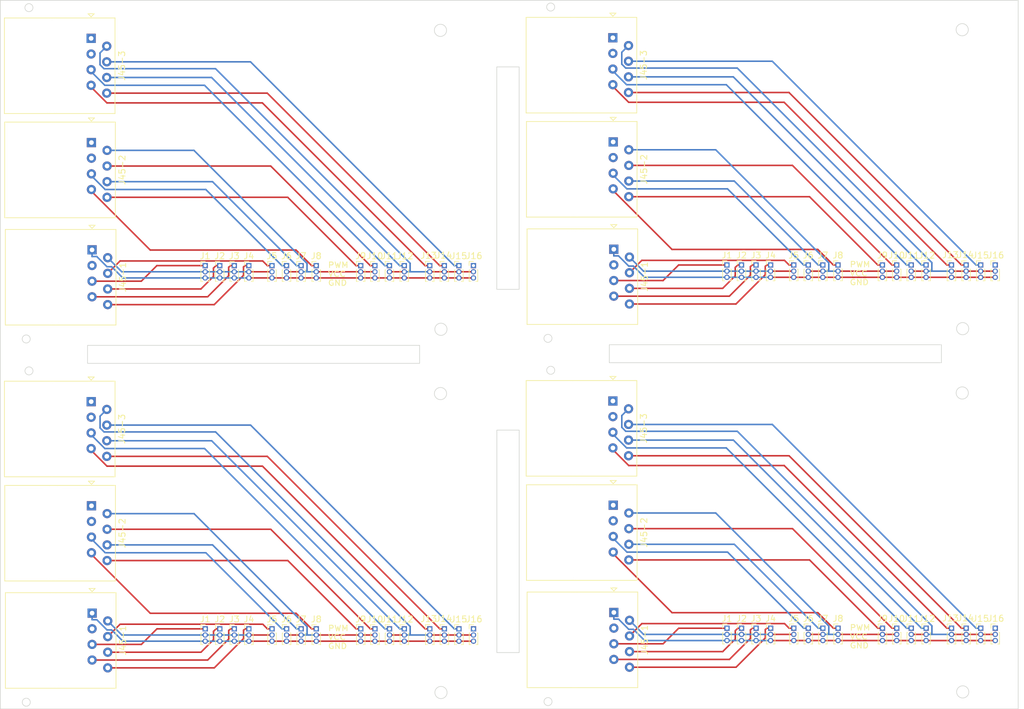
<source format=kicad_pcb>
(kicad_pcb (version 20221018) (generator pcbnew)
  (layers (0 "F.Cu" signal) (31 "B.Cu" signal) (34 "B.Paste" user) (35 "F.Paste" user) (36 "B.SilkS" user "B.Silkscreen") (37 "F.SilkS" user "F.Silkscreen") (38 "B.Mask" user) (39 "F.Mask" user) (44 "Edge.Cuts" user))
  (net 0 "")
  (net 1 "Net-(J2-PWM)")
  (net 2 "Net-(J4-PWM)")
  (net 3 "Net-(J5-PWM)")
  (net 4 "Net-(J6-PWM)")
  (net 5 "Net-(J7-PWM)")
  (net 6 "Net-(J8-PWM)")
  (net 7 "Net-(J9-PWM)")
  (net 8 "Net-(J10-PWM)")
  (net 9 "Net-(J12-PWM)")
  (net 10 "Net-(J10-V+)")
  (net 11 "Net-(J1-PWM)")
  (net 12 "Net-(J1-V+)")
  (net 13 "GND")
  (net 14 "Net-(J3-PWM)")
  (net 15 "Net-(J11-V+)")
  (net 16 "Net-(J11-PWM)")
  (net 17 "Net-(J13-PWM)")
  (net 18 "Net-(J14-PWM)")
  (net 19 "Net-(J15-PWM)")
  (footprint "Connector_PinHeader_1.00mm:PinHeader_1x03_P1.00mm_Vertical" (layer "F.Cu") (at 127.8046 84.2505)
    (fp_text reference "J7")
    (fp_text value "Conn_01x03")
  )
  (footprint "Connector_PinHeader_1.00mm:PinHeader_1x03_P1.00mm_Vertical" (layer "F.Cu") (at 112.2344 84.2505)
    (fp_text reference "J1")
    (fp_text value "Conn_01x03")
  )
  (footprint "Connector_PinHeader_1.00mm:PinHeader_1x03_P1.00mm_Vertical" (layer "F.Cu") (at 240.5208 143.1303)
    (fp_text reference "J16")
    (fp_text value "Conn_01x03")
  )
  (footprint "Connector_PinHeader_1.00mm:PinHeader_1x03_P1.00mm_Vertical" (layer "F.Cu") (at 123.0884 143.2306)
    (fp_text reference "J5")
    (fp_text value "Conn_01x03")
  )
  (footprint "Connector_PinHeader_1.00mm:PinHeader_1x03_P1.00mm_Vertical" (layer "F.Cu") (at 210.1678 143.1303)
    (fp_text reference "J6")
    (fp_text value "Conn_01x03")
  )
  (footprint "Connector_PinHeader_1.00mm:PinHeader_1x03_P1.00mm_Vertical" (layer "F.Cu") (at 119.3292 143.2306)
    (fp_text reference "J4")
    (fp_text value "Conn_01x03")
  )
  (footprint "Connector_RJ:RJ45_Amphenol_54602-x08_Horizontal" (layer "F.Cu") (at 178.4886 123.1506 -90)
    (fp_text reference "J45-2")
    (fp_text value "RJ45")
  )
  (footprint "Connector_PinHeader_1.00mm:PinHeader_1x03_P1.00mm_Vertical" (layer "F.Cu") (at 112.2426 143.2306)
    (fp_text reference "J1")
    (fp_text value "Conn_01x03")
  )
  (footprint "Connector_RJ:RJ45_Amphenol_54602-x08_Horizontal" (layer "F.Cu") (at 93.7714 123.2509 -90)
    (fp_text reference "J45-2")
    (fp_text value "RJ45")
  )
  (footprint "Connector_PinHeader_1.00mm:PinHeader_1x03_P1.00mm_Vertical" (layer "F.Cu") (at 125.4424 84.2505)
    (fp_text reference "J6")
    (fp_text value "Conn_01x03")
  )
  (footprint "Connector_PinHeader_1.00mm:PinHeader_1x03_P1.00mm_Vertical" (layer "F.Cu") (at 238.1504 84.1502)
    (fp_text reference "J15")
    (fp_text value "Conn_01x03")
  )
  (footprint "Connector_PinHeader_1.00mm:PinHeader_1x03_P1.00mm_Vertical" (layer "F.Cu") (at 214.9856 84.1502)
    (fp_text reference "J8")
    (fp_text value "Conn_01x03")
  )
  (footprint "Connector_RJ:RJ45_Amphenol_54602-x08_Horizontal" (layer "F.Cu") (at 93.873 140.6753 -90)
    (fp_text reference "J45-1")
    (fp_text value "RJ45")
  )
  (footprint "Connector_PinHeader_1.00mm:PinHeader_1x03_P1.00mm_Vertical" (layer "F.Cu") (at 155.7954 84.2505)
    (fp_text reference "J16")
    (fp_text value "Conn_01x03")
  )
  (footprint "Connector_PinHeader_1.00mm:PinHeader_1x03_P1.00mm_Vertical" (layer "F.Cu") (at 142.1556 84.2505)
    (fp_text reference "J11")
    (fp_text value "Conn_01x03")
  )
  (footprint "Connector_PinHeader_1.00mm:PinHeader_1x03_P1.00mm_Vertical" (layer "F.Cu") (at 201.676 84.1502)
    (fp_text reference "J3")
    (fp_text value "Conn_01x03")
  )
  (footprint "Connector_PinHeader_1.00mm:PinHeader_1x03_P1.00mm_Vertical" (layer "F.Cu") (at 139.7934 84.2505)
    (fp_text reference "J10")
    (fp_text value "Conn_01x03")
  )
  (footprint "Connector_PinHeader_1.00mm:PinHeader_1x03_P1.00mm_Vertical" (layer "F.Cu") (at 119.321 84.2505)
    (fp_text reference "J4")
    (fp_text value "Conn_01x03")
  )
  (footprint "Connector_RJ:RJ45_Amphenol_54602-x08_Horizontal" (layer "F.Cu") (at 93.7124 47.3544 -90)
    (fp_text reference "J45-3")
    (fp_text value "RJ45")
  )
  (footprint "Connector_PinHeader_1.00mm:PinHeader_1x03_P1.00mm_Vertical" (layer "F.Cu") (at 222.2074 143.1303)
    (fp_text reference "J9")
    (fp_text value "Conn_01x03")
  )
  (footprint "Connector_PinHeader_1.00mm:PinHeader_1x03_P1.00mm_Vertical" (layer "F.Cu") (at 148.6918 84.2505)
    (fp_text reference "J13")
    (fp_text value "Conn_01x03")
  )
  (footprint "Connector_RJ:RJ45_Amphenol_54602-x08_Horizontal" (layer "F.Cu") (at 178.4804 64.1705 -90)
    (fp_text reference "J45-2")
    (fp_text value "RJ45")
  )
  (footprint "Connector_PinHeader_1.00mm:PinHeader_1x03_P1.00mm_Vertical" (layer "F.Cu") (at 226.881 143.1303)
    (fp_text reference "J11")
    (fp_text value "Conn_01x03")
  )
  (footprint "Connector_PinHeader_1.00mm:PinHeader_1x03_P1.00mm_Vertical" (layer "F.Cu") (at 207.7974 84.1502)
    (fp_text reference "J5")
    (fp_text value "Conn_01x03")
  )
  (footprint "Connector_RJ:RJ45_Amphenol_54602-x08_Horizontal" (layer "F.Cu") (at 178.5902 140.575 -90)
    (fp_text reference "J45-1")
    (fp_text value "RJ45")
  )
  (footprint "Connector_PinHeader_1.00mm:PinHeader_1x03_P1.00mm_Vertical" (layer "F.Cu") (at 224.5188 143.1303)
    (fp_text reference "J10")
    (fp_text value "Conn_01x03")
  )
  (footprint "Connector_PinHeader_1.00mm:PinHeader_1x03_P1.00mm_Vertical" (layer "F.Cu") (at 155.8036 143.2306)
    (fp_text reference "J16")
    (fp_text value "Conn_01x03")
  )
  (footprint "Connector_PinHeader_1.00mm:PinHeader_1x03_P1.00mm_Vertical" (layer "F.Cu") (at 229.294 143.1303)
    (fp_text reference "J12")
    (fp_text value "Conn_01x03")
  )
  (footprint "Connector_PinHeader_1.00mm:PinHeader_1x03_P1.00mm_Vertical" (layer "F.Cu") (at 116.9588 84.2505)
    (fp_text reference "J3")
    (fp_text value "Conn_01x03")
  )
  (footprint "Connector_RJ:RJ45_Amphenol_54602-x08_Horizontal" (layer "F.Cu") (at 93.7632 64.2708 -90)
    (fp_text reference "J45-2")
    (fp_text value "RJ45")
  )
  (footprint "Connector_PinHeader_1.00mm:PinHeader_1x03_P1.00mm_Vertical" (layer "F.Cu") (at 114.5966 84.2505)
    (fp_text reference "J2")
    (fp_text value "Conn_01x03")
  )
  (footprint "Connector_PinHeader_1.00mm:PinHeader_1x03_P1.00mm_Vertical" (layer "F.Cu") (at 116.967 143.2306)
    (fp_text reference "J3")
    (fp_text value "Conn_01x03")
  )
  (footprint "Connector_PinHeader_1.00mm:PinHeader_1x03_P1.00mm_Vertical" (layer "F.Cu") (at 153.4414 143.2306)
    (fp_text reference "J15")
    (fp_text value "Conn_01x03")
  )
  (footprint "Connector_PinHeader_1.00mm:PinHeader_1x03_P1.00mm_Vertical" (layer "F.Cu") (at 199.322 143.1303)
    (fp_text reference "J2")
    (fp_text value "Conn_01x03")
  )
  (footprint "Connector_PinHeader_1.00mm:PinHeader_1x03_P1.00mm_Vertical" (layer "F.Cu") (at 196.9516 84.1502)
    (fp_text reference "J1")
    (fp_text value "Conn_01x03")
  )
  (footprint "Connector_PinHeader_1.00mm:PinHeader_1x03_P1.00mm_Vertical" (layer "F.Cu") (at 125.4506 143.2306)
    (fp_text reference "J6")
    (fp_text value "Conn_01x03")
  )
  (footprint "Connector_PinHeader_1.00mm:PinHeader_1x03_P1.00mm_Vertical" (layer "F.Cu") (at 144.5768 143.2306)
    (fp_text reference "J12")
    (fp_text value "Conn_01x03")
  )
  (footprint "Connector_PinHeader_1.00mm:PinHeader_1x03_P1.00mm_Vertical" (layer "F.Cu") (at 137.482 84.2505)
    (fp_text reference "J9")
    (fp_text value "Conn_01x03")
  )
  (footprint "Connector_RJ:RJ45_Amphenol_54602-x08_Horizontal" (layer "F.Cu") (at 93.7206 106.3345 -90)
    (fp_text reference "J45-3")
    (fp_text value "RJ45")
  )
  (footprint "Connector_RJ:RJ45_Amphenol_54602-x08_Horizontal" (layer "F.Cu") (at 178.4296 47.2541 -90)
    (fp_text reference "J45-3")
    (fp_text value "RJ45")
  )
  (footprint "Connector_RJ:RJ45_Amphenol_54602-x08_Horizontal" (layer "F.Cu") (at 93.8648 81.6952 -90)
    (fp_text reference "J45-1")
    (fp_text value "RJ45")
  )
  (footprint "Connector_PinHeader_1.00mm:PinHeader_1x03_P1.00mm_Vertical" (layer "F.Cu") (at 224.5106 84.1502)
    (fp_text reference "J10")
    (fp_text value "Conn_01x03")
  )
  (footprint "Connector_PinHeader_1.00mm:PinHeader_1x03_P1.00mm_Vertical" (layer "F.Cu") (at 212.5218 84.1502)
    (fp_text reference "J7")
    (fp_text value "Conn_01x03")
  )
  (footprint "Connector_RJ:RJ45_Amphenol_54602-x08_Horizontal" (layer "F.Cu") (at 178.582 81.5949 -90)
    (fp_text reference "J45-1")
    (fp_text value "RJ45")
  )
  (footprint "Connector_PinHeader_1.00mm:PinHeader_1x03_P1.00mm_Vertical" (layer "F.Cu") (at 148.7 143.2306)
    (fp_text reference "J13")
    (fp_text value "Conn_01x03")
  )
  (footprint "Connector_PinHeader_1.00mm:PinHeader_1x03_P1.00mm_Vertical" (layer "F.Cu") (at 233.4172 143.1303)
    (fp_text reference "J13")
    (fp_text value "Conn_01x03")
  )
  (footprint "Connector_RJ:RJ45_Amphenol_54602-x08_Horizontal" (layer "F.Cu") (at 178.4378 106.2342 -90)
    (fp_text reference "J45-3")
    (fp_text value "RJ45")
  )
  (footprint "Connector_PinHeader_1.00mm:PinHeader_1x03_P1.00mm_Vertical" (layer "F.Cu") (at 233.409 84.1502)
    (fp_text reference "J13")
    (fp_text value "Conn_01x03")
  )
  (footprint "Connector_PinHeader_1.00mm:PinHeader_1x03_P1.00mm_Vertical" (layer "F.Cu") (at 151.0792 143.2306)
    (fp_text reference "J14")
    (fp_text value "Conn_01x03")
  )
  (footprint "Connector_PinHeader_1.00mm:PinHeader_1x03_P1.00mm_Vertical" (layer "F.Cu") (at 130.2766 143.2306)
    (fp_text reference "J8")
    (fp_text value "Conn_01x03")
  )
  (footprint "Connector_PinHeader_1.00mm:PinHeader_1x03_P1.00mm_Vertical" (layer "F.Cu") (at 130.2684 84.2505)
    (fp_text reference "J8")
    (fp_text value "Conn_01x03")
  )
  (footprint "Connector_PinHeader_1.00mm:PinHeader_1x03_P1.00mm_Vertical" (layer "F.Cu") (at 235.7882 84.1502)
    (fp_text reference "J14")
    (fp_text value "Conn_01x03")
  )
  (footprint "Connector_PinHeader_1.00mm:PinHeader_1x03_P1.00mm_Vertical" (layer "F.Cu") (at 207.8056 143.1303)
    (fp_text reference "J5")
    (fp_text value "Conn_01x03")
  )
  (footprint "Connector_PinHeader_1.00mm:PinHeader_1x03_P1.00mm_Vertical" (layer "F.Cu") (at 199.3138 84.1502)
    (fp_text reference "J2")
    (fp_text value "Conn_01x03")
  )
  (footprint "Connector_PinHeader_1.00mm:PinHeader_1x03_P1.00mm_Vertical" (layer "F.Cu") (at 139.8016 143.2306)
    (fp_text reference "J10")
    (fp_text value "Conn_01x03")
  )
  (footprint "Connector_PinHeader_1.00mm:PinHeader_1x03_P1.00mm_Vertical" (layer "F.Cu") (at 222.1992 84.1502)
    (fp_text reference "J9")
    (fp_text value "Conn_01x03")
  )
  (footprint "Connector_PinHeader_1.00mm:PinHeader_1x03_P1.00mm_Vertical" (layer "F.Cu") (at 214.9938 143.1303)
    (fp_text reference "J8")
    (fp_text value "Conn_01x03")
  )
  (footprint "Connector_PinHeader_1.00mm:PinHeader_1x03_P1.00mm_Vertical" (layer "F.Cu") (at 235.7964 143.1303)
    (fp_text reference "J14")
    (fp_text value "Conn_01x03")
  )
  (footprint "Connector_PinHeader_1.00mm:PinHeader_1x03_P1.00mm_Vertical" (layer "F.Cu") (at 210.1596 84.1502)
    (fp_text reference "J6")
    (fp_text value "Conn_01x03")
  )
  (footprint "Connector_PinHeader_1.00mm:PinHeader_1x03_P1.00mm_Vertical" (layer "F.Cu") (at 226.8728 84.1502)
    (fp_text reference "J11")
    (fp_text value "Conn_01x03")
  )
  (footprint "Connector_PinHeader_1.00mm:PinHeader_1x03_P1.00mm_Vertical" (layer "F.Cu") (at 240.5126 84.1502)
    (fp_text reference "J16")
    (fp_text value "Conn_01x03")
  )
  (footprint "Connector_PinHeader_1.00mm:PinHeader_1x03_P1.00mm_Vertical" (layer "F.Cu") (at 238.1586 143.1303)
    (fp_text reference "J15")
    (fp_text value "Conn_01x03")
  )
  (footprint "Connector_PinHeader_1.00mm:PinHeader_1x03_P1.00mm_Vertical" (layer "F.Cu") (at 127.8128 143.2306)
    (fp_text reference "J7")
    (fp_text value "Conn_01x03")
  )
  (footprint "Connector_PinHeader_1.00mm:PinHeader_1x03_P1.00mm_Vertical" (layer "F.Cu") (at 204.0382 84.1502)
    (fp_text reference "J4")
    (fp_text value "Conn_01x03")
  )
  (footprint "Connector_PinHeader_1.00mm:PinHeader_1x03_P1.00mm_Vertical" (layer "F.Cu") (at 142.1638 143.2306)
    (fp_text reference "J11")
    (fp_text value "Conn_01x03")
  )
  (footprint "Connector_PinHeader_1.00mm:PinHeader_1x03_P1.00mm_Vertical" (layer "F.Cu") (at 196.9598 143.1303)
    (fp_text reference "J1")
    (fp_text value "Conn_01x03")
  )
  (footprint "Connector_PinHeader_1.00mm:PinHeader_1x03_P1.00mm_Vertical" (layer "F.Cu") (at 204.0464 143.1303)
    (fp_text reference "J4")
    (fp_text value "Conn_01x03")
  )
  (footprint "Connector_PinHeader_1.00mm:PinHeader_1x03_P1.00mm_Vertical" (layer "F.Cu") (at 201.6842 143.1303)
    (fp_text reference "J3")
    (fp_text value "Conn_01x03")
  )
  (footprint "Connector_PinHeader_1.00mm:PinHeader_1x03_P1.00mm_Vertical" (layer "F.Cu") (at 153.4332 84.2505)
    (fp_text reference "J15")
    (fp_text value "Conn_01x03")
  )
  (footprint "Connector_PinHeader_1.00mm:PinHeader_1x03_P1.00mm_Vertical" (layer "F.Cu") (at 123.0802 84.2505)
    (fp_text reference "J5")
    (fp_text value "Conn_01x03")
  )
  (footprint "Connector_PinHeader_1.00mm:PinHeader_1x03_P1.00mm_Vertical" (layer "F.Cu") (at 144.5686 84.2505)
    (fp_text reference "J12")
    (fp_text value "Conn_01x03")
  )
  (footprint "Connector_PinHeader_1.00mm:PinHeader_1x03_P1.00mm_Vertical" (layer "F.Cu") (at 212.53 143.1303)
    (fp_text reference "J7")
    (fp_text value "Conn_01x03")
  )
  (footprint "Connector_PinHeader_1.00mm:PinHeader_1x03_P1.00mm_Vertical" (layer "F.Cu") (at 229.2858 84.1502)
    (fp_text reference "J12")
    (fp_text value "Conn_01x03")
  )
  (footprint "Connector_PinHeader_1.00mm:PinHeader_1x03_P1.00mm_Vertical" (layer "F.Cu") (at 137.4902 143.2306)
    (fp_text reference "J9")
    (fp_text value "Conn_01x03")
  )
  (footprint "Connector_PinHeader_1.00mm:PinHeader_1x03_P1.00mm_Vertical" (layer "F.Cu") (at 114.6048 143.2306)
    (fp_text reference "J2")
    (fp_text value "Conn_01x03")
  )
  (footprint "Connector_PinHeader_1.00mm:PinHeader_1x03_P1.00mm_Vertical" (layer "F.Cu") (at 151.071 84.2505)
    (fp_text reference "J14")
    (fp_text value "Conn_01x03")
  )
  (gr_circle (center 235.1532 45.9486) (end 236.1438 45.9994) (stroke (width 0.1)) (fill none) (layer "Edge.Cuts"))
  (gr_circle (center 167.9022 155.0429) (end 168.5372 154.8905) (stroke (width 0.1)) (fill none) (layer "Edge.Cuts"))
  (gr_circle (center 150.5122 94.5883) (end 151.5028 94.6391) (stroke (width 0.1)) (fill none) (layer "Edge.Cuts"))
  (gr_circle (center 83.185 155.1432) (end 83.82 154.9908) (stroke (width 0.1)) (fill none) (layer "Edge.Cuts"))
  (gr_circle (center 168.333169 42.2656) (end 168.968169 42.1132) (stroke (width 0.1)) (fill none) (layer "Edge.Cuts"))
  (gr_circle (center 150.4442 105.029) (end 151.4348 105.0798) (stroke (width 0.1)) (fill none) (layer "Edge.Cuts"))
  (gr_circle (center 235.2376 153.4681) (end 236.2282 153.5189) (stroke (width 0.1)) (fill none) (layer "Edge.Cuts"))
  (gr_circle (center 83.615969 42.3659) (end 84.250969 42.2135) (stroke (width 0.1)) (fill none) (layer "Edge.Cuts"))
  (gr_rect (start 159.58245 51.98485) (end 163.21465 88.10365) (stroke (width 0.1)) (fill none) (layer "Edge.Cuts"))
  (gr_circle (center 167.894 96.0628) (end 168.529 95.9104) (stroke (width 0.1)) (fill none) (layer "Edge.Cuts"))
  (gr_circle (center 235.1614 104.9287) (end 236.152 104.9795) (stroke (width 0.1)) (fill none) (layer "Edge.Cuts"))
  (gr_circle (center 83.1768 96.1631) (end 83.8118 96.0107) (stroke (width 0.1)) (fill none) (layer "Edge.Cuts"))
  (gr_circle (center 150.5204 153.5684) (end 151.511 153.6192) (stroke (width 0.1)) (fill none) (layer "Edge.Cuts"))
  (gr_circle (center 235.2294 94.488) (end 236.22 94.5388) (stroke (width 0.1)) (fill none) (layer "Edge.Cuts"))
  (gr_rect (start 177.84875 97.09785) (end 231.77295 100.01885) (stroke (width 0.1)) (fill none) (layer "Edge.Cuts"))
  (gr_circle (center 168.341369 101.2457) (end 168.976369 101.0933) (stroke (width 0.1)) (fill none) (layer "Edge.Cuts"))
  (gr_rect (start 78.9686 41.1734) (end 244.2464 156.2354) (stroke (width 0.1)) (fill none) (layer "Edge.Cuts"))
  (gr_rect (start 159.59065 110.96495) (end 163.22285 147.08375) (stroke (width 0.1)) (fill none) (layer "Edge.Cuts"))
  (gr_circle (center 83.624169 101.346) (end 84.259169 101.1936) (stroke (width 0.1)) (fill none) (layer "Edge.Cuts"))
  (gr_rect (start 93.13155 97.19815) (end 147.05575 100.11915) (stroke (width 0.1)) (fill none) (layer "Edge.Cuts"))
  (gr_circle (center 150.436 46.0489) (end 151.4266 46.0997) (stroke (width 0.1)) (fill none) (layer "Edge.Cuts"))
  (gr_text "PWM\nVCC\nGND" (at 216.8226 146.4577) (layer "F.SilkS") (effects (font (size 0.9 1)) (justify left bottom)))
  (gr_text "PWM\nVCC\nGND" (at 132.1054 146.558) (layer "F.SilkS") (effects (font (size 0.9 1)) (justify left bottom)))
  (gr_text "PWM\nVCC\nGND" (at 132.0972 87.5779) (layer "F.SilkS") (effects (font (size 0.9 1)) (justify left bottom)))
  (gr_text "PWM\nVCC\nGND" (at 216.8144 87.4776) (layer "F.SilkS") (effects (font (size 0.9 1)) (justify left bottom)))
  (segment (start 196.2606 87.9449) (end 181.122 87.9449) (width 0.25) (layer "F.Cu") (net 1))
  (segment (start 198.306 144.8878) (end 196.2688 146.925) (width 0.25) (layer "F.Cu") (net 1))
  (segment (start 111.5434 88.0452) (end 96.4048 88.0452) (width 0.25) (layer "F.Cu") (net 1))
  (segment (start 198.306 143.5367) (end 198.306 144.8878) (width 0.25) (layer "F.Cu") (net 1))
  (segment (start 111.5516 147.0253) (end 96.413 147.0253) (width 0.25) (layer "F.Cu") (net 1))
  (segment (start 113.987 84.2505) (end 113.5806 84.6569) (width 0.25) (layer "F.Cu") (net 1))
  (segment (start 113.9952 143.2306) (end 113.5888 143.637) (width 0.25) (layer "F.Cu") (net 1))
  (segment (start 114.6048 143.2306) (end 113.9952 143.2306) (width 0.25) (layer "F.Cu") (net 1))
  (segment (start 199.3138 84.1502) (end 198.7042 84.1502) (width 0.25) (layer "F.Cu") (net 1))
  (segment (start 196.2688 146.925) (end 181.1302 146.925) (width 0.25) (layer "F.Cu") (net 1))
  (segment (start 114.5966 84.2505) (end 113.987 84.2505) (width 0.25) (layer "F.Cu") (net 1))
  (segment (start 198.7124 143.1303) (end 198.306 143.5367) (width 0.25) (layer "F.Cu") (net 1))
  (segment (start 113.5888 144.9881) (end 111.5516 147.0253) (width 0.25) (layer "F.Cu") (net 1))
  (segment (start 113.5888 143.637) (end 113.5888 144.9881) (width 0.25) (layer "F.Cu") (net 1))
  (segment (start 113.5806 86.008) (end 111.5434 88.0452) (width 0.25) (layer "F.Cu") (net 1))
  (segment (start 198.7042 84.1502) (end 198.2978 84.5566) (width 0.25) (layer "F.Cu") (net 1))
  (segment (start 198.2978 84.5566) (end 198.2978 85.9077) (width 0.25) (layer "F.Cu") (net 1))
  (segment (start 113.5806 84.6569) (end 113.5806 86.008) (width 0.25) (layer "F.Cu") (net 1))
  (segment (start 199.322 143.1303) (end 198.7124 143.1303) (width 0.25) (layer "F.Cu") (net 1))
  (segment (start 198.2978 85.9077) (end 196.2606 87.9449) (width 0.25) (layer "F.Cu") (net 1))
  (segment (start 181.122 90.4849) (end 198.4215 90.4849) (width 0.25) (layer "F.Cu") (net 2))
  (segment (start 118.4656 144.8122) (end 118.4656 143.4592) (width 0.25) (layer "F.Cu") (net 2))
  (segment (start 113.7043 90.5852) (end 118.4574 85.8321) (width 0.25) (layer "F.Cu") (net 2))
  (segment (start 198.4215 90.4849) (end 203.1746 85.7318) (width 0.25) (layer "F.Cu") (net 2))
  (segment (start 118.6942 143.2306) (end 119.3292 143.2306) (width 0.25) (layer "F.Cu") (net 2))
  (segment (start 203.1828 143.3589) (end 203.4114 143.1303) (width 0.25) (layer "F.Cu") (net 2))
  (segment (start 203.1746 85.7318) (end 203.1746 84.3788) (width 0.25) (layer "F.Cu") (net 2))
  (segment (start 203.1828 144.7119) (end 203.1828 143.3589) (width 0.25) (layer "F.Cu") (net 2))
  (segment (start 203.4032 84.1502) (end 204.0382 84.1502) (width 0.25) (layer "F.Cu") (net 2))
  (segment (start 113.7125 149.5653) (end 118.4656 144.8122) (width 0.25) (layer "F.Cu") (net 2))
  (segment (start 96.4048 90.5852) (end 113.7043 90.5852) (width 0.25) (layer "F.Cu") (net 2))
  (segment (start 118.4574 84.4791) (end 118.686 84.2505) (width 0.25) (layer "F.Cu") (net 2))
  (segment (start 96.413 149.5653) (end 113.7125 149.5653) (width 0.25) (layer "F.Cu") (net 2))
  (segment (start 118.4574 85.8321) (end 118.4574 84.4791) (width 0.25) (layer "F.Cu") (net 2))
  (segment (start 203.4114 143.1303) (end 204.0464 143.1303) (width 0.25) (layer "F.Cu") (net 2))
  (segment (start 181.1302 149.465) (end 198.4297 149.465) (width 0.25) (layer "F.Cu") (net 2))
  (segment (start 203.1746 84.3788) (end 203.4032 84.1502) (width 0.25) (layer "F.Cu") (net 2))
  (segment (start 118.4656 143.4592) (end 118.6942 143.2306) (width 0.25) (layer "F.Cu") (net 2))
  (segment (start 118.686 84.2505) (end 119.321 84.2505) (width 0.25) (layer "F.Cu") (net 2))
  (segment (start 198.4297 149.465) (end 203.1828 144.7119) (width 0.25) (layer "F.Cu") (net 2))
  (segment (start 183.1286 83.3983) (end 206.2936 83.3983) (width 0.25) (layer "F.Cu") (net 3))
  (segment (start 96.413 144.4853) (end 98.4196 142.4787) (width 0.25) (layer "F.Cu") (net 3))
  (segment (start 207.7974 84.1502) (end 207.0455 84.1502) (width 0.25) (layer "F.Cu") (net 3))
  (segment (start 98.4196 142.4787) (end 121.5846 142.4787) (width 0.25) (layer "F.Cu") (net 3))
  (segment (start 206.2936 83.3983) (end 207.0455 84.1502) (width 0.25) (layer "F.Cu") (net 3))
  (segment (start 181.122 85.4049) (end 183.1286 83.3983) (width 0.25) (layer "F.Cu") (net 3))
  (segment (start 98.4114 83.4986) (end 121.5764 83.4986) (width 0.25) (layer "F.Cu") (net 3))
  (segment (start 183.1368 142.3784) (end 206.3018 142.3784) (width 0.25) (layer "F.Cu") (net 3))
  (segment (start 181.1302 144.385) (end 183.1368 142.3784) (width 0.25) (layer "F.Cu") (net 3))
  (segment (start 207.8056 143.1303) (end 207.0537 143.1303) (width 0.25) (layer "F.Cu") (net 3))
  (segment (start 123.0802 84.2505) (end 122.3283 84.2505) (width 0.25) (layer "F.Cu") (net 3))
  (segment (start 121.5846 142.4787) (end 122.3365 143.2306) (width 0.25) (layer "F.Cu") (net 3))
  (segment (start 206.3018 142.3784) (end 207.0537 143.1303) (width 0.25) (layer "F.Cu") (net 3))
  (segment (start 96.4048 85.5052) (end 98.4114 83.4986) (width 0.25) (layer "F.Cu") (net 3))
  (segment (start 121.5764 83.4986) (end 122.3283 84.2505) (width 0.25) (layer "F.Cu") (net 3))
  (segment (start 123.0884 143.2306) (end 122.3365 143.2306) (width 0.25) (layer "F.Cu") (net 3))
  (segment (start 93.7714 128.3309) (end 93.7714 128.644) (width 0.25) (layer "B.Cu") (net 4))
  (segment (start 210.1678 143.1303) (end 209.4159 143.1303) (width 0.25) (layer "B.Cu") (net 4))
  (segment (start 95.9901 71.8908) (end 112.3308 71.8908) (width 0.25) (layer "B.Cu") (net 4))
  (segment (start 197.0562 130.7706) (end 209.4159 143.1303) (width 0.25) (layer "B.Cu") (net 4))
  (segment (start 178.4886 128.2306) (end 178.4886 128.5437) (width 0.25) (layer "B.Cu") (net 4))
  (segment (start 112.339 130.8709) (end 124.6987 143.2306) (width 0.25) (layer "B.Cu") (net 4))
  (segment (start 178.4804 69.5636) (end 180.7073 71.7905) (width 0.25) (layer "B.Cu") (net 4))
  (segment (start 180.7155 130.7706) (end 197.0562 130.7706) (width 0.25) (layer "B.Cu") (net 4))
  (segment (start 112.3308 71.8908) (end 124.6905 84.2505) (width 0.25) (layer "B.Cu") (net 4))
  (segment (start 178.4804 69.2505) (end 178.4804 69.5636) (width 0.25) (layer "B.Cu") (net 4))
  (segment (start 180.7073 71.7905) (end 197.048 71.7905) (width 0.25) (layer "B.Cu") (net 4))
  (segment (start 125.4506 143.2306) (end 124.6987 143.2306) (width 0.25) (layer "B.Cu") (net 4))
  (segment (start 125.4424 84.2505) (end 124.6905 84.2505) (width 0.25) (layer "B.Cu") (net 4))
  (segment (start 178.4886 128.5437) (end 180.7155 130.7706) (width 0.25) (layer "B.Cu") (net 4))
  (segment (start 95.9983 130.8709) (end 112.339 130.8709) (width 0.25) (layer "B.Cu") (net 4))
  (segment (start 93.7632 69.6639) (end 95.9901 71.8908) (width 0.25) (layer "B.Cu") (net 4))
  (segment (start 93.7714 128.644) (end 95.9983 130.8709) (width 0.25) (layer "B.Cu") (net 4))
  (segment (start 197.048 71.7905) (end 209.4077 84.1502) (width 0.25) (layer "B.Cu") (net 4))
  (segment (start 210.1596 84.1502) (end 209.4077 84.1502) (width 0.25) (layer "B.Cu") (net 4))
  (segment (start 93.7632 69.3508) (end 93.7632 69.6639) (width 0.25) (layer "B.Cu") (net 4))
  (segment (start 127.8046 84.2505) (end 127.0527 84.2505) (width 0.25) (layer "B.Cu") (net 5))
  (segment (start 198.1402 70.5205) (end 211.7699 84.1502) (width 0.25) (layer "B.Cu") (net 5))
  (segment (start 127.8128 143.2306) (end 127.0609 143.2306) (width 0.25) (layer "B.Cu") (net 5))
  (segment (start 113.4312 129.6009) (end 127.0609 143.2306) (width 0.25) (layer "B.Cu") (net 5))
  (segment (start 113.423 70.6208) (end 127.0527 84.2505) (width 0.25) (layer "B.Cu") (net 5))
  (segment (start 212.53 143.1303) (end 211.7781 143.1303) (width 0.25) (layer "B.Cu") (net 5))
  (segment (start 198.1484 129.5006) (end 211.7781 143.1303) (width 0.25) (layer "B.Cu") (net 5))
  (segment (start 181.0286 129.5006) (end 198.1484 129.5006) (width 0.25) (layer "B.Cu") (net 5))
  (segment (start 181.0204 70.5205) (end 198.1402 70.5205) (width 0.25) (layer "B.Cu") (net 5))
  (segment (start 96.3032 70.6208) (end 113.423 70.6208) (width 0.25) (layer "B.Cu") (net 5))
  (segment (start 96.3114 129.6009) (end 113.4312 129.6009) (width 0.25) (layer "B.Cu") (net 5))
  (segment (start 212.5218 84.1502) (end 211.7699 84.1502) (width 0.25) (layer "B.Cu") (net 5))
  (segment (start 188.0312 81.6232) (end 211.7067 81.6232) (width 0.25) (layer "F.Cu") (net 6))
  (segment (start 93.7714 130.8709) (end 93.7714 131.1528) (width 0.25) (layer "F.Cu") (net 6))
  (segment (start 211.7149 140.6033) (end 214.2419 143.1303) (width 0.25) (layer "F.Cu") (net 6))
  (segment (start 93.7714 131.1528) (end 103.3222 140.7036) (width 0.25) (layer "F.Cu") (net 6))
  (segment (start 188.0394 140.6033) (end 211.7149 140.6033) (width 0.25) (layer "F.Cu") (net 6))
  (segment (start 126.9977 140.7036) (end 129.5247 143.2306) (width 0.25) (layer "F.Cu") (net 6))
  (segment (start 178.4886 130.7706) (end 178.4886 131.0525) (width 0.25) (layer "F.Cu") (net 6))
  (segment (start 103.3222 140.7036) (end 126.9977 140.7036) (width 0.25) (layer "F.Cu") (net 6))
  (segment (start 126.9895 81.7235) (end 129.5165 84.2505) (width 0.25) (layer "F.Cu") (net 6))
  (segment (start 178.4804 71.7905) (end 178.4804 72.0724) (width 0.25) (layer "F.Cu") (net 6))
  (segment (start 178.4886 131.0525) (end 188.0394 140.6033) (width 0.25) (layer "F.Cu") (net 6))
  (segment (start 93.7632 72.1727) (end 103.314 81.7235) (width 0.25) (layer "F.Cu") (net 6))
  (segment (start 214.9938 143.1303) (end 214.2419 143.1303) (width 0.25) (layer "F.Cu") (net 6))
  (segment (start 130.2684 84.2505) (end 129.5165 84.2505) (width 0.25) (layer "F.Cu") (net 6))
  (segment (start 93.7632 71.8908) (end 93.7632 72.1727) (width 0.25) (layer "F.Cu") (net 6))
  (segment (start 130.2766 143.2306) (end 129.5247 143.2306) (width 0.25) (layer "F.Cu") (net 6))
  (segment (start 103.314 81.7235) (end 126.9895 81.7235) (width 0.25) (layer "F.Cu") (net 6))
  (segment (start 178.4804 72.0724) (end 188.0312 81.6232) (width 0.25) (layer "F.Cu") (net 6))
  (segment (start 214.9856 84.1502) (end 214.2337 84.1502) (width 0.25) (layer "F.Cu") (net 6))
  (segment (start 211.7067 81.6232) (end 214.2337 84.1502) (width 0.25) (layer "F.Cu") (net 6))
  (segment (start 125.6404 73.1608) (end 136.7301 84.2505) (width 0.25) (layer "F.Cu") (net 7))
  (segment (start 137.4902 143.2306) (end 136.7383 143.2306) (width 0.25) (layer "F.Cu") (net 7))
  (segment (start 222.1992 84.1502) (end 221.4473 84.1502) (width 0.25) (layer "F.Cu") (net 7))
  (segment (start 181.0286 132.0406) (end 210.3658 132.0406) (width 0.25) (layer "F.Cu") (net 7))
  (segment (start 210.3576 73.0605) (end 221.4473 84.1502) (width 0.25) (layer "F.Cu") (net 7))
  (segment (start 125.6486 132.1409) (end 136.7383 143.2306) (width 0.25) (layer "F.Cu") (net 7))
  (segment (start 222.2074 143.1303) (end 221.4555 143.1303) (width 0.25) (layer "F.Cu") (net 7))
  (segment (start 181.0204 73.0605) (end 210.3576 73.0605) (width 0.25) (layer "F.Cu") (net 7))
  (segment (start 96.3032 73.1608) (end 125.6404 73.1608) (width 0.25) (layer "F.Cu") (net 7))
  (segment (start 96.3114 132.1409) (end 125.6486 132.1409) (width 0.25) (layer "F.Cu") (net 7))
  (segment (start 210.3658 132.0406) (end 221.4555 143.1303) (width 0.25) (layer "F.Cu") (net 7))
  (segment (start 137.482 84.2505) (end 136.7301 84.2505) (width 0.25) (layer "F.Cu") (net 7))
  (segment (start 207.5972 126.9606) (end 223.7669 143.1303) (width 0.25) (layer "F.Cu") (net 8))
  (segment (start 139.8016 143.2306) (end 139.0497 143.2306) (width 0.25) (layer "F.Cu") (net 8))
  (segment (start 181.0286 126.9606) (end 207.5972 126.9606) (width 0.25) (layer "F.Cu") (net 8))
  (segment (start 224.5106 84.1502) (end 223.7587 84.1502) (width 0.25) (layer "F.Cu") (net 8))
  (segment (start 96.3114 127.0609) (end 122.88 127.0609) (width 0.25) (layer "F.Cu") (net 8))
  (segment (start 122.88 127.0609) (end 139.0497 143.2306) (width 0.25) (layer "F.Cu") (net 8))
  (segment (start 207.589 67.9805) (end 223.7587 84.1502) (width 0.25) (layer "F.Cu") (net 8))
  (segment (start 139.7934 84.2505) (end 139.0415 84.2505) (width 0.25) (layer "F.Cu") (net 8))
  (segment (start 96.3032 68.0808) (end 122.8718 68.0808) (width 0.25) (layer "F.Cu") (net 8))
  (segment (start 181.0204 67.9805) (end 207.589 67.9805) (width 0.25) (layer "F.Cu") (net 8))
  (segment (start 122.8718 68.0808) (end 139.0415 84.2505) (width 0.25) (layer "F.Cu") (net 8))
  (segment (start 224.5188 143.1303) (end 223.7669 143.1303) (width 0.25) (layer "F.Cu") (net 8))
  (segment (start 180.9778 112.5842) (end 197.996 112.5842) (width 0.25) (layer "B.Cu") (net 9))
  (segment (start 229.2858 84.1502) (end 228.5339 84.1502) (width 0.25) (layer "B.Cu") (net 9))
  (segment (start 180.9696 53.6041) (end 197.9878 53.6041) (width 0.25) (layer "B.Cu") (net 9))
  (segment (start 113.2788 112.6845) (end 143.8249 143.2306) (width 0.25) (layer "B.Cu") (net 9))
  (segment (start 229.294 143.1303) (end 228.5421 143.1303) (width 0.25) (layer "B.Cu") (net 9))
  (segment (start 144.5768 143.2306) (end 143.8249 143.2306) (width 0.25) (layer "B.Cu") (net 9))
  (segment (start 144.5686 84.2505) (end 143.8167 84.2505) (width 0.25) (layer "B.Cu") (net 9))
  (segment (start 96.2524 53.7044) (end 113.2706 53.7044) (width 0.25) (layer "B.Cu") (net 9))
  (segment (start 197.9878 53.6041) (end 228.5339 84.1502) (width 0.25) (layer "B.Cu") (net 9))
  (segment (start 197.996 112.5842) (end 228.5421 143.1303) (width 0.25) (layer "B.Cu") (net 9))
  (segment (start 96.2606 112.6845) (end 113.2788 112.6845) (width 0.25) (layer "B.Cu") (net 9))
  (segment (start 113.2706 53.7044) (end 143.8167 84.2505) (width 0.25) (layer "B.Cu") (net 9))
  (segment (start 127.8128 144.2306) (end 125.4506 144.2306) (width 0.25) (layer "F.Cu") (net 10))
  (segment (start 222.2074 144.1303) (end 214.9938 144.1303) (width 0.25) (layer "F.Cu") (net 10))
  (segment (start 137.4902 144.2306) (end 130.2766 144.2306) (width 0.25) (layer "F.Cu") (net 10))
  (segment (start 224.5188 144.1303) (end 222.2074 144.1303) (width 0.25) (layer "F.Cu") (net 10))
  (segment (start 224.5106 85.1502) (end 222.1992 85.1502) (width 0.25) (layer "F.Cu") (net 10))
  (segment (start 137.482 85.2505) (end 130.2684 85.2505) (width 0.25) (layer "F.Cu") (net 10))
  (segment (start 139.7934 85.2505) (end 137.482 85.2505) (width 0.25) (layer "F.Cu") (net 10))
  (segment (start 212.5218 85.1502) (end 210.1596 85.1502) (width 0.25) (layer "F.Cu") (net 10))
  (segment (start 127.8046 85.2505) (end 125.4424 85.2505) (width 0.25) (layer "F.Cu") (net 10))
  (segment (start 212.53 144.1303) (end 210.1678 144.1303) (width 0.25) (layer "F.Cu") (net 10))
  (segment (start 139.8016 144.2306) (end 137.4902 144.2306) (width 0.25) (layer "F.Cu") (net 10))
  (segment (start 222.1992 85.1502) (end 214.9856 85.1502) (width 0.25) (layer "F.Cu") (net 10))
  (segment (start 128.778 144.0173) (end 128.778 142.8799) (width 0.25) (layer "B.Cu") (net 10))
  (segment (start 128.7698 85.0372) (end 128.7698 83.8998) (width 0.25) (layer "B.Cu") (net 10))
  (segment (start 212.8978 85.1502) (end 213.2737 85.1502) (width 0.25) (layer "B.Cu") (net 10))
  (segment (start 213.2737 85.1502) (end 214.9856 85.1502) (width 0.25) (layer "B.Cu") (net 10))
  (segment (start 212.906 144.1303) (end 213.2819 144.1303) (width 0.25) (layer "B.Cu") (net 10))
  (segment (start 195.1362 124.4206) (end 181.0286 124.4206) (width 0.25) (layer "B.Cu") (net 10))
  (segment (start 128.5565 85.2505) (end 130.2684 85.2505) (width 0.25) (layer "B.Cu") (net 10))
  (segment (start 213.2819 144.1303) (end 213.4952 143.917) (width 0.25) (layer "B.Cu") (net 10))
  (segment (start 213.2737 85.1502) (end 213.487 84.9369) (width 0.25) (layer "B.Cu") (net 10))
  (segment (start 110.4108 65.5408) (end 96.3032 65.5408) (width 0.25) (layer "B.Cu") (net 10))
  (segment (start 127.8128 144.2306) (end 128.1888 144.2306) (width 0.25) (layer "B.Cu") (net 10))
  (segment (start 212.53 144.1303) (end 212.906 144.1303) (width 0.25) (layer "B.Cu") (net 10))
  (segment (start 213.4952 143.917) (end 213.4952 142.7796) (width 0.25) (layer "B.Cu") (net 10))
  (segment (start 213.2819 144.1303) (end 214.9938 144.1303) (width 0.25) (layer "B.Cu") (net 10))
  (segment (start 127.8046 85.2505) (end 128.1806 85.2505) (width 0.25) (layer "B.Cu") (net 10))
  (segment (start 128.1806 85.2505) (end 128.5565 85.2505) (width 0.25) (layer "B.Cu") (net 10))
  (segment (start 128.5647 144.2306) (end 130.2766 144.2306) (width 0.25) (layer "B.Cu") (net 10))
  (segment (start 213.487 84.9369) (end 213.487 83.7995) (width 0.25) (layer "B.Cu") (net 10))
  (segment (start 213.487 83.7995) (end 195.128 65.4405) (width 0.25) (layer "B.Cu") (net 10))
  (segment (start 128.7698 83.8998) (end 110.4108 65.5408) (width 0.25) (layer "B.Cu") (net 10))
  (segment (start 128.778 142.8799) (end 110.419 124.5209) (width 0.25) (layer "B.Cu") (net 10))
  (segment (start 128.5565 85.2505) (end 128.7698 85.0372) (width 0.25) (layer "B.Cu") (net 10))
  (segment (start 110.419 124.5209) (end 96.3114 124.5209) (width 0.25) (layer "B.Cu") (net 10))
  (segment (start 212.5218 85.1502) (end 212.8978 85.1502) (width 0.25) (layer "B.Cu") (net 10))
  (segment (start 213.4952 142.7796) (end 195.1362 124.4206) (width 0.25) (layer "B.Cu") (net 10))
  (segment (start 128.1888 144.2306) (end 128.5647 144.2306) (width 0.25) (layer "B.Cu") (net 10))
  (segment (start 128.5647 144.2306) (end 128.778 144.0173) (width 0.25) (layer "B.Cu") (net 10))
  (segment (start 195.128 65.4405) (end 181.0204 65.4405) (width 0.25) (layer "B.Cu") (net 10))
  (segment (start 178.5902 145.655) (end 186.5928 145.655) (width 0.25) (layer "F.Cu") (net 11))
  (segment (start 186.5928 145.655) (end 189.1175 143.1303) (width 0.25) (layer "F.Cu") (net 11))
  (segment (start 178.582 86.6749) (end 186.5846 86.6749) (width 0.25) (layer "F.Cu") (net 11))
  (segment (start 93.8648 86.7752) (end 101.8674 86.7752) (width 0.25) (layer "F.Cu") (net 11))
  (segment (start 101.8756 145.7553) (end 104.4003 143.2306) (width 0.25) (layer "F.Cu") (net 11))
  (segment (start 189.1093 84.1502) (end 196.9516 84.1502) (width 0.25) (layer "F.Cu") (net 11))
  (segment (start 101.8674 86.7752) (end 104.3921 84.2505) (width 0.25) (layer "F.Cu") (net 11))
  (segment (start 93.873 145.7553) (end 101.8756 145.7553) (width 0.25) (layer "F.Cu") (net 11))
  (segment (start 189.1175 143.1303) (end 196.9598 143.1303) (width 0.25) (layer "F.Cu") (net 11))
  (segment (start 186.5846 86.6749) (end 189.1093 84.1502) (width 0.25) (layer "F.Cu") (net 11))
  (segment (start 104.3921 84.2505) (end 112.2344 84.2505) (width 0.25) (layer "F.Cu") (net 11))
  (segment (start 104.4003 143.2306) (end 112.2426 143.2306) (width 0.25) (layer "F.Cu") (net 11))
  (segment (start 119.321 85.2505) (end 123.0802 85.2505) (width 0.25) (layer "F.Cu") (net 12))
  (segment (start 204.0382 85.1502) (end 207.7974 85.1502) (width 0.25) (layer "F.Cu") (net 12))
  (segment (start 204.0464 144.1303) (end 207.8056 144.1303) (width 0.25) (layer "F.Cu") (net 12))
  (segment (start 119.3292 144.2306) (end 123.0884 144.2306) (width 0.25) (layer "F.Cu") (net 12))
  (segment (start 201.676 85.1502) (end 199.3138 85.1502) (width 0.25) (layer "B.Cu") (net 12))
  (segment (start 116.967 144.2306) (end 114.6048 144.2306) (width 0.25) (layer "B.Cu") (net 12))
  (segment (start 204.0464 144.1303) (end 201.6842 144.1303) (width 0.25) (layer "B.Cu") (net 12))
  (segment (start 98.6901 85.2505) (end 96.4048 82.9652) (width 0.25) (layer "B.Cu") (net 12))
  (segment (start 201.6842 144.1303) (end 199.322 144.1303) (width 0.25) (layer "B.Cu") (net 12))
  (segment (start 112.2344 85.2505) (end 98.6901 85.2505) (width 0.25) (layer "B.Cu") (net 12))
  (segment (start 183.4155 144.1303) (end 181.1302 141.845) (width 0.25) (layer "B.Cu") (net 12))
  (segment (start 183.4073 85.1502) (end 181.122 82.8649) (width 0.25) (layer "B.Cu") (net 12))
  (segment (start 196.9516 85.1502) (end 199.3138 85.1502) (width 0.25) (layer "B.Cu") (net 12))
  (segment (start 98.6983 144.2306) (end 96.413 141.9453) (width 0.25) (layer "B.Cu") (net 12))
  (segment (start 112.2344 85.2505) (end 114.5966 85.2505) (width 0.25) (layer "B.Cu") (net 12))
  (segment (start 119.3292 144.2306) (end 116.967 144.2306) (width 0.25) (layer "B.Cu") (net 12))
  (segment (start 196.9598 144.1303) (end 199.322 144.1303) (width 0.25) (layer "B.Cu") (net 12))
  (segment (start 112.2426 144.2306) (end 98.6983 144.2306) (width 0.25) (layer "B.Cu") (net 12))
  (segment (start 112.2426 144.2306) (end 114.6048 144.2306) (width 0.25) (layer "B.Cu") (net 12))
  (segment (start 204.0382 85.1502) (end 201.676 85.1502) (width 0.25) (layer "B.Cu") (net 12))
  (segment (start 196.9598 144.1303) (end 183.4155 144.1303) (width 0.25) (layer "B.Cu") (net 12))
  (segment (start 119.321 85.2505) (end 116.9588 85.2505) (width 0.25) (layer "B.Cu") (net 12))
  (segment (start 116.9588 85.2505) (end 114.5966 85.2505) (width 0.25) (layer "B.Cu") (net 12))
  (segment (start 196.9516 85.1502) (end 183.4073 85.1502) (width 0.25) (layer "B.Cu") (net 12))
  (segment (start 226.8728 86.1502) (end 224.5106 86.1502) (width 0.25) (layer "F.Cu") (net 13))
  (segment (start 214.9938 145.1303) (end 222.2074 145.1303) (width 0.25) (layer "F.Cu") (net 13))
  (segment (start 151.071 86.2505) (end 153.4332 86.2505) (width 0.25) (layer "F.Cu") (net 13))
  (segment (start 229.2858 86.1502) (end 233.409 86.1502) (width 0.25) (layer "F.Cu") (net 13))
  (segment (start 127.8046 86.2505) (end 130.2684 86.2505) (width 0.25) (layer "F.Cu") (net 13))
  (segment (start 148.7 145.2306) (end 151.0792 145.2306) (width 0.25) (layer "F.Cu") (net 13))
  (segment (start 151.0792 145.2306) (end 153.4414 145.2306) (width 0.25) (layer "F.Cu") (net 13))
  (segment (start 212.5218 86.1502) (end 214.9856 86.1502) (width 0.25) (layer "F.Cu") (net 13))
  (segment (start 229.294 145.1303) (end 233.4172 145.1303) (width 0.25) (layer "F.Cu") (net 13))
  (segment (start 142.1556 86.2505) (end 144.5686 86.2505) (width 0.25) (layer "F.Cu") (net 13))
  (segment (start 142.1638 145.2306) (end 139.8016 145.2306) (width 0.25) (layer "F.Cu") (net 13))
  (segment (start 142.1638 145.2306) (end 144.5768 145.2306) (width 0.25) (layer "F.Cu") (net 13))
  (segment (start 226.8728 86.1502) (end 229.2858 86.1502) (width 0.25) (layer "F.Cu") (net 13))
  (segment (start 144.5768 145.2306) (end 148.7 145.2306) (width 0.25) (layer "F.Cu") (net 13))
  (segment (start 204.0382 86.1502) (end 207.7974 86.1502) (width 0.25) (layer "F.Cu") (net 13))
  (segment (start 153.4332 86.2505) (end 155.7954 86.2505) (width 0.25) (layer "F.Cu") (net 13))
  (segment (start 207.8056 145.1303) (end 210.1678 145.1303) (width 0.25) (layer "F.Cu") (net 13))
  (segment (start 238.1586 145.1303) (end 240.5208 145.1303) (width 0.25) (layer "F.Cu") (net 13))
  (segment (start 127.8046 86.2505) (end 125.4424 86.2505) (width 0.25) (layer "F.Cu") (net 13))
  (segment (start 119.3292 145.2306) (end 123.0884 145.2306) (width 0.25) (layer "F.Cu") (net 13))
  (segment (start 226.881 145.1303) (end 229.294 145.1303) (width 0.25) (layer "F.Cu") (net 13))
  (segment (start 139.7934 86.2505) (end 137.482 86.2505) (width 0.25) (layer "F.Cu") (net 13))
  (segment (start 212.5218 86.1502) (end 210.1596 86.1502) (width 0.25) (layer "F.Cu") (net 13))
  (segment (start 233.409 86.1502) (end 235.7882 86.1502) (width 0.25) (layer "F.Cu") (net 13))
  (segment (start 212.53 145.1303) (end 210.1678 145.1303) (width 0.25) (layer "F.Cu") (net 13))
  (segment (start 226.881 145.1303) (end 224.5188 145.1303) (width 0.25) (layer "F.Cu") (net 13))
  (segment (start 207.7974 86.1502) (end 210.1596 86.1502) (width 0.25) (layer "F.Cu") (net 13))
  (segment (start 123.0802 86.2505) (end 125.4424 86.2505) (width 0.25) (layer "F.Cu") (net 13))
  (segment (start 214.9856 86.1502) (end 222.1992 86.1502) (width 0.25) (layer "F.Cu") (net 13))
  (segment (start 127.8128 145.2306) (end 130.2766 145.2306) (width 0.25) (layer "F.Cu") (net 13))
  (segment (start 212.53 145.1303) (end 214.9938 145.1303) (width 0.25) (layer "F.Cu") (net 13))
  (segment (start 224.5106 86.1502) (end 222.1992 86.1502) (width 0.25) (layer "F.Cu") (net 13))
  (segment (start 148.6918 86.2505) (end 151.071 86.2505) (width 0.25) (layer "F.Cu") (net 13))
  (segment (start 204.0464 145.1303) (end 207.8056 145.1303) (width 0.25) (layer "F.Cu") (net 13))
  (segment (start 233.4172 145.1303) (end 235.7964 145.1303) (width 0.25) (layer "F.Cu") (net 13))
  (segment (start 238.1504 86.1502) (end 240.5126 86.1502) (width 0.25) (layer "F.Cu") (net 13))
  (segment (start 224.5188 145.1303) (end 222.2074 145.1303) (width 0.25) (layer "F.Cu") (net 13))
  (segment (start 130.2766 145.2306) (end 137.4902 145.2306) (width 0.25) (layer "F.Cu") (net 13))
  (segment (start 235.7882 86.1502) (end 238.1504 86.1502) (width 0.25) (layer "F.Cu") (net 13))
  (segment (start 127.8128 145.2306) (end 125.4506 145.2306) (width 0.25) (layer "F.Cu") (net 13))
  (segment (start 119.321 86.2505) (end 123.0802 86.2505) (width 0.25) (layer "F.Cu") (net 13))
  (segment (start 139.8016 145.2306) (end 137.4902 145.2306) (width 0.25) (layer "F.Cu") (net 13))
  (segment (start 153.4414 145.2306) (end 155.8036 145.2306) (width 0.25) (layer "F.Cu") (net 13))
  (segment (start 142.1556 86.2505) (end 139.7934 86.2505) (width 0.25) (layer "F.Cu") (net 13))
  (segment (start 144.5686 86.2505) (end 148.6918 86.2505) (width 0.25) (layer "F.Cu") (net 13))
  (segment (start 235.7964 145.1303) (end 238.1586 145.1303) (width 0.25) (layer "F.Cu") (net 13))
  (segment (start 123.0884 145.2306) (end 125.4506 145.2306) (width 0.25) (layer "F.Cu") (net 13))
  (segment (start 130.2684 86.2505) (end 137.482 86.2505) (width 0.25) (layer "F.Cu") (net 13))
  (segment (start 114.6048 145.2306) (end 116.967 145.2306) (width 0.25) (layer "B.Cu") (net 13))
  (segment (start 93.873 140.6753) (end 93.873 141.7522) (width 0.25) (layer "B.Cu") (net 13))
  (segment (start 181.002 84.328) (end 179.3458 82.6718) (width 0.25) (layer "B.Cu") (net 13))
  (segment (start 96.293 143.4084) (end 94.6368 141.7522) (width 0.25) (layer "B.Cu") (net 13))
  (segment (start 94.6368 141.7522) (end 93.873 141.7522) (width 0.25) (layer "B.Cu") (net 13))
  (segment (start 179.354 141.6519) (end 178.5902 141.6519) (width 0.25) (layer "B.Cu") (net 13))
  (segment (start 199.322 145.1303) (end 201.6842 145.1303) (width 0.25) (layer "B.Cu") (net 13))
  (segment (start 114.5966 86.2505) (end 116.9588 86.2505) (width 0.25) (layer "B.Cu") (net 13))
  (segment (start 98.8714 145.2306) (end 97.0492 143.4084) (width 0.25) (layer "B.Cu") (net 13))
  (segment (start 199.3138 86.1502) (end 196.9516 86.1502) (width 0.25) (layer "B.Cu") (net 13))
  (segment (start 196.9516 86.1502) (end 183.5804 86.1502) (width 0.25) (layer "B.Cu") (net 13))
  (segment (start 179.3458 82.6718) (end 178.582 82.6718) (width 0.25) (layer "B.Cu") (net 13))
  (segment (start 96.2848 84.4283) (end 94.6286 82.7721) (width 0.25) (layer "B.Cu") (net 13))
  (segment (start 94.6286 82.7721) (end 93.8648 82.7721) (width 0.25) (layer "B.Cu") (net 13))
  (segment (start 183.5886 145.1303) (end 181.7664 143.3081) (width 0.25) (layer "B.Cu") (net 13))
  (segment (start 199.322 145.1303) (end 196.9598 145.1303) (width 0.25) (layer "B.Cu") (net 13))
  (segment (start 178.5902 140.575) (end 178.5902 141.6519) (width 0.25) (layer "B.Cu") (net 13))
  (segment (start 199.3138 86.1502) (end 201.676 86.1502) (width 0.25) (layer "B.Cu") (net 13))
  (segment (start 97.041 84.4283) (end 96.2848 84.4283) (width 0.25) (layer "B.Cu") (net 13))
  (segment (start 196.9598 145.1303) (end 183.5886 145.1303) (width 0.25) (layer "B.Cu") (net 13))
  (segment (start 178.582 81.5949) (end 178.582 82.6718) (width 0.25) (layer "B.Cu") (net 13))
  (segment (start 116.9588 86.2505) (end 119.321 86.2505) (width 0.25) (layer "B.Cu") (net 13))
  (segment (start 183.5804 86.1502) (end 181.7582 84.328) (width 0.25) (layer "B.Cu") (net 13))
  (segment (start 98.8632 86.2505) (end 97.041 84.4283) (width 0.25) (layer "B.Cu") (net 13))
  (segment (start 97.0492 143.4084) (end 96.293 143.4084) (width 0.25) (layer "B.Cu") (net 13))
  (segment (start 114.6048 145.2306) (end 112.2426 145.2306) (width 0.25) (layer "B.Cu") (net 13))
  (segment (start 114.5966 86.2505) (end 112.2344 86.2505) (width 0.25) (layer "B.Cu") (net 13))
  (segment (start 201.676 86.1502) (end 204.0382 86.1502) (width 0.25) (layer "B.Cu") (net 13))
  (segment (start 181.7664 143.3081) (end 181.0102 143.3081) (width 0.25) (layer "B.Cu") (net 13))
  (segment (start 201.6842 145.1303) (end 204.0464 145.1303) (width 0.25) (layer "B.Cu") (net 13))
  (segment (start 181.7582 84.328) (end 181.002 84.328) (width 0.25) (layer "B.Cu") (net 13))
  (segment (start 93.8648 81.6952) (end 93.8648 82.7721) (width 0.25) (layer "B.Cu") (net 13))
  (segment (start 112.2426 145.2306) (end 98.8714 145.2306) (width 0.25) (layer "B.Cu") (net 13))
  (segment (start 112.2344 86.2505) (end 98.8632 86.2505) (width 0.25) (layer "B.Cu") (net 13))
  (segment (start 181.0102 143.3081) (end 179.354 141.6519) (width 0.25) (layer "B.Cu") (net 13))
  (segment (start 116.967 145.2306) (end 119.3292 145.2306) (width 0.25) (layer "B.Cu") (net 13))
  (segment (start 178.582 89.2149) (end 197.3496 89.2149) (width 0.25) (layer "F.Cu") (net 14))
  (segment (start 112.6324 89.3152) (end 116.0444 85.9032) (width 0.25) (layer "F.Cu") (net 14))
  (segment (start 116.3238 84.2505) (end 116.9588 84.2505) (width 0.25) (layer "F.Cu") (net 14))
  (segment (start 116.0526 143.51) (end 116.332 143.2306) (width 0.25) (layer "F.Cu") (net 14))
  (segment (start 200.7698 143.4097) (end 201.0492 143.1303) (width 0.25) (layer "F.Cu") (net 14))
  (segment (start 116.332 143.2306) (end 116.967 143.2306) (width 0.25) (layer "F.Cu") (net 14))
  (segment (start 112.6406 148.2953) (end 116.0526 144.8833) (width 0.25) (layer "F.Cu") (net 14))
  (segment (start 178.5902 148.195) (end 197.3578 148.195) (width 0.25) (layer "F.Cu") (net 14))
  (segment (start 93.8648 89.3152) (end 112.6324 89.3152) (width 0.25) (layer "F.Cu") (net 14))
  (segment (start 116.0444 85.9032) (end 116.0444 84.5299) (width 0.25) (layer "F.Cu") (net 14))
  (segment (start 116.0444 84.5299) (end 116.3238 84.2505) (width 0.25) (layer "F.Cu") (net 14))
  (segment (start 201.041 84.1502) (end 201.676 84.1502) (width 0.25) (layer "F.Cu") (net 14))
  (segment (start 200.7616 85.8029) (end 200.7616 84.4296) (width 0.25) (layer "F.Cu") (net 14))
  (segment (start 93.873 148.2953) (end 112.6406 148.2953) (width 0.25) (layer "F.Cu") (net 14))
  (segment (start 201.0492 143.1303) (end 201.6842 143.1303) (width 0.25) (layer "F.Cu") (net 14))
  (segment (start 200.7698 144.783) (end 200.7698 143.4097) (width 0.25) (layer "F.Cu") (net 14))
  (segment (start 197.3578 148.195) (end 200.7698 144.783) (width 0.25) (layer "F.Cu") (net 14))
  (segment (start 116.0526 144.8833) (end 116.0526 143.51) (width 0.25) (layer "F.Cu") (net 14))
  (segment (start 197.3496 89.2149) (end 200.7616 85.8029) (width 0.25) (layer "F.Cu") (net 14))
  (segment (start 200.7616 84.4296) (end 201.041 84.1502) (width 0.25) (layer "F.Cu") (net 14))
  (segment (start 226.8728 85.1502) (end 229.2858 85.1502) (width 0.25) (layer "F.Cu") (net 15))
  (segment (start 153.4332 85.2505) (end 155.7954 85.2505) (width 0.25) (layer "F.Cu") (net 15))
  (segment (start 151.071 85.2505) (end 153.4332 85.2505) (width 0.25) (layer "F.Cu") (net 15))
  (segment (start 151.0792 144.2306) (end 153.4414 144.2306) (width 0.25) (layer "F.Cu") (net 15))
  (segment (start 148.6918 85.2505) (end 151.071 85.2505) (width 0.25) (layer "F.Cu") (net 15))
  (segment (start 238.1504 85.1502) (end 240.5126 85.1502) (width 0.25) (layer "F.Cu") (net 15))
  (segment (start 148.7 144.2306) (end 151.0792 144.2306) (width 0.25) (layer "F.Cu") (net 15))
  (segment (start 226.881 144.1303) (end 229.294 144.1303) (width 0.25) (layer "F.Cu") (net 15))
  (segment (start 142.1556 85.2505) (end 144.5686 85.2505) (width 0.25) (layer "F.Cu") (net 15))
  (segment (start 233.4172 144.1303) (end 235.7964 144.1303) (width 0.25) (layer "F.Cu") (net 15))
  (segment (start 235.7964 144.1303) (end 238.1586 144.1303) (width 0.25) (layer "F.Cu") (net 15))
  (segment (start 235.7882 85.1502) (end 238.1504 85.1502) (width 0.25) (layer "F.Cu") (net 15))
  (segment (start 233.409 85.1502) (end 235.7882 85.1502) (width 0.25) (layer "F.Cu") (net 15))
  (segment (start 238.1586 144.1303) (end 240.5208 144.1303) (width 0.25) (layer "F.Cu") (net 15))
  (segment (start 153.4414 144.2306) (end 155.8036 144.2306) (width 0.25) (layer "F.Cu") (net 15))
  (segment (start 142.1638 144.2306) (end 144.5768 144.2306) (width 0.25) (layer "F.Cu") (net 15))
  (segment (start 230.0459 144.1303) (end 232.6653 144.1303) (width 0.25) (layer "B.Cu") (net 15))
  (segment (start 230.0377 85.1502) (end 232.6571 85.1502) (width 0.25) (layer "B.Cu") (net 15))
  (segment (start 145.3287 144.2306) (end 147.9481 144.2306) (width 0.25) (layer "B.Cu") (net 15))
  (segment (start 180.5247 111.1549) (end 198.64 111.1549) (width 0.25) (layer "B.Cu") (net 15))
  (segment (start 180.5165 52.1748) (end 198.6318 52.1748) (width 0.25) (layer "B.Cu") (net 15))
  (segment (start 230.2256 84.9623) (end 230.0377 85.1502) (width 0.25) (layer "B.Cu") (net 15))
  (segment (start 179.8849 108.5971) (end 179.8849 110.5151) (width 0.25) (layer "B.Cu") (net 15))
  (segment (start 113.9228 111.2552) (end 145.5166 142.849) (width 0.25) (layer "B.Cu") (net 15))
  (segment (start 233.409 85.1502) (end 232.6571 85.1502) (width 0.25) (layer "B.Cu") (net 15))
  (segment (start 95.7993 52.2751) (end 113.9146 52.2751) (width 0.25) (layer "B.Cu") (net 15))
  (segment (start 145.3205 85.2505) (end 147.9399 85.2505) (width 0.25) (layer "B.Cu") (net 15))
  (segment (start 96.2524 48.6244) (end 95.1595 49.7173) (width 0.25) (layer "B.Cu") (net 15))
  (segment (start 145.5084 85.0626) (end 145.3205 85.2505) (width 0.25) (layer "B.Cu") (net 15))
  (segment (start 230.2338 142.7487) (end 230.2338 143.9424) (width 0.25) (layer "B.Cu") (net 15))
  (segment (start 230.2338 143.9424) (end 230.0459 144.1303) (width 0.25) (layer "B.Cu") (net 15))
  (segment (start 95.1595 49.7173) (end 95.1595 51.6353) (width 0.25) (layer "B.Cu") (net 15))
  (segment (start 230.2256 83.7686) (end 230.2256 84.9623) (width 0.25) (layer "B.Cu") (net 15))
  (segment (start 180.9778 107.5042) (end 179.8849 108.5971) (width 0.25) (layer "B.Cu") (net 15))
  (segment (start 144.5686 85.2505) (end 145.3205 85.2505) (width 0.25) (layer "B.Cu") (net 15))
  (segment (start 95.8075 111.2552) (end 113.9228 111.2552) (width 0.25) (layer "B.Cu") (net 15))
  (segment (start 145.5166 142.849) (end 145.5166 144.0427) (width 0.25) (layer "B.Cu") (net 15))
  (segment (start 179.8767 51.535) (end 180.5165 52.1748) (width 0.25) (layer "B.Cu") (net 15))
  (segment (start 229.2858 85.1502) (end 230.0377 85.1502) (width 0.25) (layer "B.Cu") (net 15))
  (segment (start 95.1677 108.6974) (end 95.1677 110.6154) (width 0.25) (layer "B.Cu") (net 15))
  (segment (start 96.2606 107.6045) (end 95.1677 108.6974) (width 0.25) (layer "B.Cu") (net 15))
  (segment (start 198.6318 52.1748) (end 230.2256 83.7686) (width 0.25) (layer "B.Cu") (net 15))
  (segment (start 198.64 111.1549) (end 230.2338 142.7487) (width 0.25) (layer "B.Cu") (net 15))
  (segment (start 95.1677 110.6154) (end 95.8075 111.2552) (width 0.25) (layer "B.Cu") (net 15))
  (segment (start 179.8849 110.5151) (end 180.5247 111.1549) (width 0.25) (layer "B.Cu") (net 15))
  (segment (start 148.7 144.2306) (end 147.9481 144.2306) (width 0.25) (layer "B.Cu") (net 15))
  (segment (start 229.294 144.1303) (end 230.0459 144.1303) (width 0.25) (layer "B.Cu") (net 15))
  (segment (start 233.4172 144.1303) (end 232.6653 144.1303) (width 0.25) (layer "B.Cu") (net 15))
  (segment (start 113.9146 52.2751) (end 145.5084 83.8689) (width 0.25) (layer "B.Cu") (net 15))
  (segment (start 180.9696 48.5241) (end 179.8767 49.617) (width 0.25) (layer "B.Cu") (net 15))
  (segment (start 145.5166 144.0427) (end 145.3287 144.2306) (width 0.25) (layer "B.Cu") (net 15))
  (segment (start 144.5768 144.2306) (end 145.3287 144.2306) (width 0.25) (layer "B.Cu") (net 15))
  (segment (start 95.1595 51.6353) (end 95.7993 52.2751) (width 0.25) (layer "B.Cu") (net 15))
  (segment (start 145.5084 83.8689) (end 145.5084 85.0626) (width 0.25) (layer "B.Cu") (net 15))
  (segment (start 148.6918 85.2505) (end 147.9399 85.2505) (width 0.25) (layer "B.Cu") (net 15))
  (segment (start 179.8767 49.617) (end 179.8767 51.535) (width 0.25) (layer "B.Cu") (net 15))
  (segment (start 180.6647 113.8542) (end 196.853 113.8542) (width 0.25) (layer "B.Cu") (net 16))
  (segment (start 95.9475 113.9545) (end 112.1358 113.9545) (width 0.25) (layer "B.Cu") (net 16))
  (segment (start 178.4378 111.3142) (end 178.4378 111.6273) (width 0.25) (layer "B.Cu") (net 16))
  (segment (start 226.8728 84.1502) (end 226.1209 84.1502) (width 0.25) (layer "B.Cu") (net 16))
  (segment (start 226.881 143.1303) (end 226.1291 143.1303) (width 0.25) (layer "B.Cu") (net 16))
  (segment (start 93.7206 111.4145) (end 93.7206 111.7276) (width 0.25) (layer "B.Cu") (net 16))
  (segment (start 95.9393 54.9744) (end 112.1276 54.9744) (width 0.25) (layer "B.Cu") (net 16))
  (segment (start 178.4378 111.6273) (end 180.6647 113.8542) (width 0.25) (layer "B.Cu") (net 16))
  (segment (start 178.4296 52.3341) (end 178.4296 52.6472) (width 0.25) (layer "B.Cu") (net 16))
  (segment (start 112.1358 113.9545) (end 141.4119 143.2306) (width 0.25) (layer "B.Cu") (net 16))
  (segment (start 93.7124 52.4344) (end 93.7124 52.7475) (width 0.25) (layer "B.Cu") (net 16))
  (segment (start 196.853 113.8542) (end 226.1291 143.1303) (width 0.25) (layer "B.Cu") (net 16))
  (segment (start 178.4296 52.6472) (end 180.6565 54.8741) (width 0.25) (layer "B.Cu") (net 16))
  (segment (start 112.1276 54.9744) (end 141.4037 84.2505) (width 0.25) (layer "B.Cu") (net 16))
  (segment (start 142.1638 143.2306) (end 141.4119 143.2306) (width 0.25) (layer "B.Cu") (net 16))
  (segment (start 93.7124 52.7475) (end 95.9393 54.9744) (width 0.25) (layer "B.Cu") (net 16))
  (segment (start 196.8448 54.8741) (end 226.1209 84.1502) (width 0.25) (layer "B.Cu") (net 16))
  (segment (start 142.1556 84.2505) (end 141.4037 84.2505) (width 0.25) (layer "B.Cu") (net 16))
  (segment (start 93.7206 111.7276) (end 95.9475 113.9545) (width 0.25) (layer "B.Cu") (net 16))
  (segment (start 180.6565 54.8741) (end 196.8448 54.8741) (width 0.25) (layer "B.Cu") (net 16))
  (segment (start 233.409 84.1502) (end 232.6571 84.1502) (width 0.25) (layer "F.Cu") (net 17))
  (segment (start 178.4378 113.8542) (end 178.4378 114.1442) (width 0.25) (layer "F.Cu") (net 17))
  (segment (start 93.7124 54.9744) (end 93.7124 55.2644) (width 0.25) (layer "F.Cu") (net 17))
  (segment (start 148.6918 84.2505) (end 147.9399 84.2505) (width 0.25) (layer "F.Cu") (net 17))
  (segment (start 206.2398 57.7329) (end 232.6571 84.1502) (width 0.25) (layer "F.Cu") (net 17))
  (segment (start 96.2812 57.8332) (end 121.5226 57.8332) (width 0.25) (layer "F.Cu") (net 17))
  (segment (start 178.4378 114.1442) (end 181.0066 116.713) (width 0.25) (layer "F.Cu") (net 17))
  (segment (start 233.4172 143.1303) (end 232.6653 143.1303) (width 0.25) (layer "F.Cu") (net 17))
  (segment (start 181.0066 116.713) (end 206.248 116.713) (width 0.25) (layer "F.Cu") (net 17))
  (segment (start 121.5308 116.8133) (end 147.9481 143.2306) (width 0.25) (layer "F.Cu") (net 17))
  (segment (start 178.4296 55.1641) (end 180.9984 57.7329) (width 0.25) (layer "F.Cu") (net 17))
  (segment (start 93.7206 114.2445) (end 96.2894 116.8133) (width 0.25) (layer "F.Cu") (net 17))
  (segment (start 93.7206 113.9545) (end 93.7206 114.2445) (width 0.25) (layer "F.Cu") (net 17))
  (segment (start 148.7 143.2306) (end 147.9481 143.2306) (width 0.25) (layer "F.Cu") (net 17))
  (segment (start 96.2894 116.8133) (end 121.5308 116.8133) (width 0.25) (layer "F.Cu") (net 17))
  (segment (start 93.7124 55.2644) (end 96.2812 57.8332) (width 0.25) (layer "F.Cu") (net 17))
  (segment (start 121.5226 57.8332) (end 147.9399 84.2505) (width 0.25) (layer "F.Cu") (net 17))
  (segment (start 178.4296 54.8741) (end 178.4296 55.1641) (width 0.25) (layer "F.Cu") (net 17))
  (segment (start 180.9984 57.7329) (end 206.2398 57.7329) (width 0.25) (layer "F.Cu") (net 17))
  (segment (start 206.248 116.713) (end 232.6653 143.1303) (width 0.25) (layer "F.Cu") (net 17))
  (segment (start 207.0384 115.1242) (end 235.0445 143.1303) (width 0.25) (layer "F.Cu") (net 18))
  (segment (start 207.0302 56.1441) (end 235.0363 84.1502) (width 0.25) (layer "F.Cu") (net 18))
  (segment (start 151.071 84.2505) (end 150.3191 84.2505) (width 0.25) (layer "F.Cu") (net 18))
  (segment (start 122.3212 115.2245) (end 150.3273 143.2306) (width 0.25) (layer "F.Cu") (net 18))
  (segment (start 235.7964 143.1303) (end 235.0445 143.1303) (width 0.25) (layer "F.Cu") (net 18))
  (segment (start 235.7882 84.1502) (end 235.0363 84.1502) (width 0.25) (layer "F.Cu") (net 18))
  (segment (start 122.313 56.2444) (end 150.3191 84.2505) (width 0.25) (layer "F.Cu") (net 18))
  (segment (start 180.9778 115.1242) (end 207.0384 115.1242) (width 0.25) (layer "F.Cu") (net 18))
  (segment (start 96.2524 56.2444) (end 122.313 56.2444) (width 0.25) (layer "F.Cu") (net 18))
  (segment (start 96.2606 115.2245) (end 122.3212 115.2245) (width 0.25) (layer "F.Cu") (net 18))
  (segment (start 180.9696 56.1441) (end 207.0302 56.1441) (width 0.25) (layer "F.Cu") (net 18))
  (segment (start 151.0792 143.2306) (end 150.3273 143.2306) (width 0.25) (layer "F.Cu") (net 18))
  (segment (start 119.5952 51.1644) (end 152.6813 84.2505) (width 0.25) (layer "B.Cu") (net 19))
  (segment (start 96.2524 51.1644) (end 119.5952 51.1644) (width 0.25) (layer "B.Cu") (net 19))
  (segment (start 180.9696 51.0641) (end 204.3124 51.0641) (width 0.25) (layer "B.Cu") (net 19))
  (segment (start 153.4414 143.2306) (end 152.6895 143.2306) (width 0.25) (layer "B.Cu") (net 19))
  (segment (start 180.9778 110.0442) (end 204.3206 110.0442) (width 0.25) (layer "B.Cu") (net 19))
  (segment (start 153.4332 84.2505) (end 152.6813 84.2505) (width 0.25) (layer "B.Cu") (net 19))
  (segment (start 238.1504 84.1502) (end 237.3985 84.1502) (width 0.25) (layer "B.Cu") (net 19))
  (segment (start 96.2606 110.1445) (end 119.6034 110.1445) (width 0.25) (layer "B.Cu") (net 19))
  (segment (start 204.3124 51.0641) (end 237.3985 84.1502) (width 0.25) (layer "B.Cu") (net 19))
  (segment (start 119.6034 110.1445) (end 152.6895 143.2306) (width 0.25) (layer "B.Cu") (net 19))
  (segment (start 204.3206 110.0442) (end 237.4067 143.1303) (width 0.25) (layer "B.Cu") (net 19))
  (segment (start 238.1586 143.1303) (end 237.4067 143.1303) (width 0.25) (layer "B.Cu") (net 19))
)
</source>
